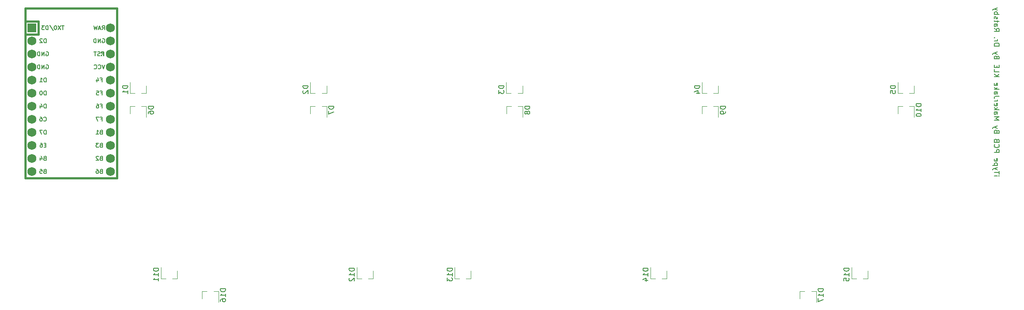
<source format=gbr>
%TF.GenerationSoftware,KiCad,Pcbnew,(6.0.0)*%
%TF.CreationDate,2022-01-08T09:02:27-05:00*%
%TF.ProjectId,iType,69547970-652e-46b6-9963-61645f706362,rev?*%
%TF.SameCoordinates,Original*%
%TF.FileFunction,Legend,Bot*%
%TF.FilePolarity,Positive*%
%FSLAX46Y46*%
G04 Gerber Fmt 4.6, Leading zero omitted, Abs format (unit mm)*
G04 Created by KiCad (PCBNEW (6.0.0)) date 2022-01-08 09:02:27*
%MOMM*%
%LPD*%
G01*
G04 APERTURE LIST*
%ADD10C,0.150000*%
%ADD11C,0.381000*%
%ADD12C,0.120000*%
%ADD13R,1.752600X1.752600*%
%ADD14C,1.752600*%
G04 APERTURE END LIST*
D10*
X206123619Y-40695714D02*
X206790285Y-40695714D01*
X207123619Y-40695714D02*
X207076000Y-40743333D01*
X207028380Y-40695714D01*
X207076000Y-40648095D01*
X207123619Y-40695714D01*
X207028380Y-40695714D01*
X207123619Y-40362380D02*
X207123619Y-39790952D01*
X206123619Y-40076666D02*
X207123619Y-40076666D01*
X206790285Y-39552857D02*
X206123619Y-39314761D01*
X206790285Y-39076666D02*
X206123619Y-39314761D01*
X205885523Y-39410000D01*
X205837904Y-39457619D01*
X205790285Y-39552857D01*
X206790285Y-38695714D02*
X205790285Y-38695714D01*
X206742666Y-38695714D02*
X206790285Y-38600476D01*
X206790285Y-38410000D01*
X206742666Y-38314761D01*
X206695047Y-38267142D01*
X206599809Y-38219523D01*
X206314095Y-38219523D01*
X206218857Y-38267142D01*
X206171238Y-38314761D01*
X206123619Y-38410000D01*
X206123619Y-38600476D01*
X206171238Y-38695714D01*
X206171238Y-37410000D02*
X206123619Y-37505238D01*
X206123619Y-37695714D01*
X206171238Y-37790952D01*
X206266476Y-37838571D01*
X206647428Y-37838571D01*
X206742666Y-37790952D01*
X206790285Y-37695714D01*
X206790285Y-37505238D01*
X206742666Y-37410000D01*
X206647428Y-37362380D01*
X206552190Y-37362380D01*
X206456952Y-37838571D01*
X206123619Y-36171904D02*
X207123619Y-36171904D01*
X207123619Y-35790952D01*
X207076000Y-35695714D01*
X207028380Y-35648095D01*
X206933142Y-35600476D01*
X206790285Y-35600476D01*
X206695047Y-35648095D01*
X206647428Y-35695714D01*
X206599809Y-35790952D01*
X206599809Y-36171904D01*
X206218857Y-34600476D02*
X206171238Y-34648095D01*
X206123619Y-34790952D01*
X206123619Y-34886190D01*
X206171238Y-35029047D01*
X206266476Y-35124285D01*
X206361714Y-35171904D01*
X206552190Y-35219523D01*
X206695047Y-35219523D01*
X206885523Y-35171904D01*
X206980761Y-35124285D01*
X207076000Y-35029047D01*
X207123619Y-34886190D01*
X207123619Y-34790952D01*
X207076000Y-34648095D01*
X207028380Y-34600476D01*
X206647428Y-33838571D02*
X206599809Y-33695714D01*
X206552190Y-33648095D01*
X206456952Y-33600476D01*
X206314095Y-33600476D01*
X206218857Y-33648095D01*
X206171238Y-33695714D01*
X206123619Y-33790952D01*
X206123619Y-34171904D01*
X207123619Y-34171904D01*
X207123619Y-33838571D01*
X207076000Y-33743333D01*
X207028380Y-33695714D01*
X206933142Y-33648095D01*
X206837904Y-33648095D01*
X206742666Y-33695714D01*
X206695047Y-33743333D01*
X206647428Y-33838571D01*
X206647428Y-34171904D01*
X206647428Y-32076666D02*
X206599809Y-31933809D01*
X206552190Y-31886190D01*
X206456952Y-31838571D01*
X206314095Y-31838571D01*
X206218857Y-31886190D01*
X206171238Y-31933809D01*
X206123619Y-32029047D01*
X206123619Y-32410000D01*
X207123619Y-32410000D01*
X207123619Y-32076666D01*
X207076000Y-31981428D01*
X207028380Y-31933809D01*
X206933142Y-31886190D01*
X206837904Y-31886190D01*
X206742666Y-31933809D01*
X206695047Y-31981428D01*
X206647428Y-32076666D01*
X206647428Y-32410000D01*
X206790285Y-31505238D02*
X206123619Y-31267142D01*
X206790285Y-31029047D02*
X206123619Y-31267142D01*
X205885523Y-31362380D01*
X205837904Y-31410000D01*
X205790285Y-31505238D01*
X206123619Y-29886190D02*
X207123619Y-29886190D01*
X206409333Y-29552857D01*
X207123619Y-29219523D01*
X206123619Y-29219523D01*
X206123619Y-28314761D02*
X206647428Y-28314761D01*
X206742666Y-28362380D01*
X206790285Y-28457619D01*
X206790285Y-28648095D01*
X206742666Y-28743333D01*
X206171238Y-28314761D02*
X206123619Y-28410000D01*
X206123619Y-28648095D01*
X206171238Y-28743333D01*
X206266476Y-28790952D01*
X206361714Y-28790952D01*
X206456952Y-28743333D01*
X206504571Y-28648095D01*
X206504571Y-28410000D01*
X206552190Y-28314761D01*
X206123619Y-27838571D02*
X207123619Y-27838571D01*
X206504571Y-27743333D02*
X206123619Y-27457619D01*
X206790285Y-27457619D02*
X206409333Y-27838571D01*
X206171238Y-26648095D02*
X206123619Y-26743333D01*
X206123619Y-26933809D01*
X206171238Y-27029047D01*
X206266476Y-27076666D01*
X206647428Y-27076666D01*
X206742666Y-27029047D01*
X206790285Y-26933809D01*
X206790285Y-26743333D01*
X206742666Y-26648095D01*
X206647428Y-26600476D01*
X206552190Y-26600476D01*
X206456952Y-27076666D01*
X206123619Y-26171904D02*
X206790285Y-26171904D01*
X206599809Y-26171904D02*
X206695047Y-26124285D01*
X206742666Y-26076666D01*
X206790285Y-25981428D01*
X206790285Y-25886190D01*
X207123619Y-25267142D02*
X206409333Y-25267142D01*
X206266476Y-25314761D01*
X206171238Y-25410000D01*
X206123619Y-25552857D01*
X206123619Y-25648095D01*
X206123619Y-24362380D02*
X206647428Y-24362380D01*
X206742666Y-24410000D01*
X206790285Y-24505238D01*
X206790285Y-24695714D01*
X206742666Y-24790952D01*
X206171238Y-24362380D02*
X206123619Y-24457619D01*
X206123619Y-24695714D01*
X206171238Y-24790952D01*
X206266476Y-24838571D01*
X206361714Y-24838571D01*
X206456952Y-24790952D01*
X206504571Y-24695714D01*
X206504571Y-24457619D01*
X206552190Y-24362380D01*
X206123619Y-23886190D02*
X207123619Y-23886190D01*
X206504571Y-23790952D02*
X206123619Y-23505238D01*
X206790285Y-23505238D02*
X206409333Y-23886190D01*
X206171238Y-22695714D02*
X206123619Y-22790952D01*
X206123619Y-22981428D01*
X206171238Y-23076666D01*
X206266476Y-23124285D01*
X206647428Y-23124285D01*
X206742666Y-23076666D01*
X206790285Y-22981428D01*
X206790285Y-22790952D01*
X206742666Y-22695714D01*
X206647428Y-22648095D01*
X206552190Y-22648095D01*
X206456952Y-23124285D01*
X206123619Y-21457619D02*
X207123619Y-21457619D01*
X206123619Y-20886190D02*
X206695047Y-21314761D01*
X207123619Y-20886190D02*
X206552190Y-21457619D01*
X206123619Y-19981428D02*
X206123619Y-20457619D01*
X207123619Y-20457619D01*
X206647428Y-19648095D02*
X206647428Y-19314761D01*
X206123619Y-19171904D02*
X206123619Y-19648095D01*
X207123619Y-19648095D01*
X207123619Y-19171904D01*
X206647428Y-17648095D02*
X206599809Y-17505238D01*
X206552190Y-17457619D01*
X206456952Y-17410000D01*
X206314095Y-17410000D01*
X206218857Y-17457619D01*
X206171238Y-17505238D01*
X206123619Y-17600476D01*
X206123619Y-17981428D01*
X207123619Y-17981428D01*
X207123619Y-17648095D01*
X207076000Y-17552857D01*
X207028380Y-17505238D01*
X206933142Y-17457619D01*
X206837904Y-17457619D01*
X206742666Y-17505238D01*
X206695047Y-17552857D01*
X206647428Y-17648095D01*
X206647428Y-17981428D01*
X206790285Y-17076666D02*
X206123619Y-16838571D01*
X206790285Y-16600476D02*
X206123619Y-16838571D01*
X205885523Y-16933809D01*
X205837904Y-16981428D01*
X205790285Y-17076666D01*
X206123619Y-15457619D02*
X207123619Y-15457619D01*
X207123619Y-15219523D01*
X207076000Y-15076666D01*
X206980761Y-14981428D01*
X206885523Y-14933809D01*
X206695047Y-14886190D01*
X206552190Y-14886190D01*
X206361714Y-14933809D01*
X206266476Y-14981428D01*
X206171238Y-15076666D01*
X206123619Y-15219523D01*
X206123619Y-15457619D01*
X206123619Y-14457619D02*
X206790285Y-14457619D01*
X206599809Y-14457619D02*
X206695047Y-14410000D01*
X206742666Y-14362380D01*
X206790285Y-14267142D01*
X206790285Y-14171904D01*
X206218857Y-13838571D02*
X206171238Y-13790952D01*
X206123619Y-13838571D01*
X206171238Y-13886190D01*
X206218857Y-13838571D01*
X206123619Y-13838571D01*
X206123619Y-12029047D02*
X206599809Y-12362380D01*
X206123619Y-12600476D02*
X207123619Y-12600476D01*
X207123619Y-12219523D01*
X207076000Y-12124285D01*
X207028380Y-12076666D01*
X206933142Y-12029047D01*
X206790285Y-12029047D01*
X206695047Y-12076666D01*
X206647428Y-12124285D01*
X206599809Y-12219523D01*
X206599809Y-12600476D01*
X206123619Y-11171904D02*
X206647428Y-11171904D01*
X206742666Y-11219523D01*
X206790285Y-11314761D01*
X206790285Y-11505238D01*
X206742666Y-11600476D01*
X206171238Y-11171904D02*
X206123619Y-11267142D01*
X206123619Y-11505238D01*
X206171238Y-11600476D01*
X206266476Y-11648095D01*
X206361714Y-11648095D01*
X206456952Y-11600476D01*
X206504571Y-11505238D01*
X206504571Y-11267142D01*
X206552190Y-11171904D01*
X206790285Y-10838571D02*
X206790285Y-10457619D01*
X207123619Y-10695714D02*
X206266476Y-10695714D01*
X206171238Y-10648095D01*
X206123619Y-10552857D01*
X206123619Y-10457619D01*
X206171238Y-10171904D02*
X206123619Y-10076666D01*
X206123619Y-9886190D01*
X206171238Y-9790952D01*
X206266476Y-9743333D01*
X206314095Y-9743333D01*
X206409333Y-9790952D01*
X206456952Y-9886190D01*
X206456952Y-10029047D01*
X206504571Y-10124285D01*
X206599809Y-10171904D01*
X206647428Y-10171904D01*
X206742666Y-10124285D01*
X206790285Y-10029047D01*
X206790285Y-9886190D01*
X206742666Y-9790952D01*
X206123619Y-9314761D02*
X207123619Y-9314761D01*
X206742666Y-9314761D02*
X206790285Y-9219523D01*
X206790285Y-9029047D01*
X206742666Y-8933809D01*
X206695047Y-8886190D01*
X206599809Y-8838571D01*
X206314095Y-8838571D01*
X206218857Y-8886190D01*
X206171238Y-8933809D01*
X206123619Y-9029047D01*
X206123619Y-9219523D01*
X206171238Y-9314761D01*
X206790285Y-8505238D02*
X206123619Y-8267142D01*
X206790285Y-8029047D02*
X206123619Y-8267142D01*
X205885523Y-8362380D01*
X205837904Y-8410000D01*
X205790285Y-8505238D01*
%TO.C,U1*%
X32743666Y-24577857D02*
X33010333Y-24577857D01*
X33010333Y-24996904D02*
X33010333Y-24196904D01*
X32629380Y-24196904D01*
X31943666Y-24196904D02*
X32324619Y-24196904D01*
X32362714Y-24577857D01*
X32324619Y-24539761D01*
X32248428Y-24501666D01*
X32057952Y-24501666D01*
X31981761Y-24539761D01*
X31943666Y-24577857D01*
X31905571Y-24654047D01*
X31905571Y-24844523D01*
X31943666Y-24920714D01*
X31981761Y-24958809D01*
X32057952Y-24996904D01*
X32248428Y-24996904D01*
X32324619Y-24958809D01*
X32362714Y-24920714D01*
X32743666Y-27117857D02*
X33010333Y-27117857D01*
X33010333Y-27536904D02*
X33010333Y-26736904D01*
X32629380Y-26736904D01*
X31981761Y-26736904D02*
X32134142Y-26736904D01*
X32210333Y-26775000D01*
X32248428Y-26813095D01*
X32324619Y-26927380D01*
X32362714Y-27079761D01*
X32362714Y-27384523D01*
X32324619Y-27460714D01*
X32286523Y-27498809D01*
X32210333Y-27536904D01*
X32057952Y-27536904D01*
X31981761Y-27498809D01*
X31943666Y-27460714D01*
X31905571Y-27384523D01*
X31905571Y-27194047D01*
X31943666Y-27117857D01*
X31981761Y-27079761D01*
X32057952Y-27041666D01*
X32210333Y-27041666D01*
X32286523Y-27079761D01*
X32324619Y-27117857D01*
X32362714Y-27194047D01*
X22107380Y-34737857D02*
X21840714Y-34737857D01*
X21726428Y-35156904D02*
X22107380Y-35156904D01*
X22107380Y-34356904D01*
X21726428Y-34356904D01*
X21040714Y-34356904D02*
X21193095Y-34356904D01*
X21269285Y-34395000D01*
X21307380Y-34433095D01*
X21383571Y-34547380D01*
X21421666Y-34699761D01*
X21421666Y-35004523D01*
X21383571Y-35080714D01*
X21345476Y-35118809D01*
X21269285Y-35156904D01*
X21116904Y-35156904D01*
X21040714Y-35118809D01*
X21002619Y-35080714D01*
X20964523Y-35004523D01*
X20964523Y-34814047D01*
X21002619Y-34737857D01*
X21040714Y-34699761D01*
X21116904Y-34661666D01*
X21269285Y-34661666D01*
X21345476Y-34699761D01*
X21383571Y-34737857D01*
X21421666Y-34814047D01*
X32589333Y-17318809D02*
X32475047Y-17356904D01*
X32284571Y-17356904D01*
X32208380Y-17318809D01*
X32170285Y-17280714D01*
X32132190Y-17204523D01*
X32132190Y-17128333D01*
X32170285Y-17052142D01*
X32208380Y-17014047D01*
X32284571Y-16975952D01*
X32436952Y-16937857D01*
X32513142Y-16899761D01*
X32551238Y-16861666D01*
X32589333Y-16785476D01*
X32589333Y-16709285D01*
X32551238Y-16633095D01*
X32513142Y-16595000D01*
X32436952Y-16556904D01*
X32246476Y-16556904D01*
X32132190Y-16595000D01*
X31903619Y-16556904D02*
X31446476Y-16556904D01*
X31675047Y-17356904D02*
X31675047Y-16556904D01*
X32800809Y-34737857D02*
X32686523Y-34775952D01*
X32648428Y-34814047D01*
X32610333Y-34890238D01*
X32610333Y-35004523D01*
X32648428Y-35080714D01*
X32686523Y-35118809D01*
X32762714Y-35156904D01*
X33067476Y-35156904D01*
X33067476Y-34356904D01*
X32800809Y-34356904D01*
X32724619Y-34395000D01*
X32686523Y-34433095D01*
X32648428Y-34509285D01*
X32648428Y-34585476D01*
X32686523Y-34661666D01*
X32724619Y-34699761D01*
X32800809Y-34737857D01*
X33067476Y-34737857D01*
X32343666Y-34356904D02*
X31848428Y-34356904D01*
X32115095Y-34661666D01*
X32000809Y-34661666D01*
X31924619Y-34699761D01*
X31886523Y-34737857D01*
X31848428Y-34814047D01*
X31848428Y-35004523D01*
X31886523Y-35080714D01*
X31924619Y-35118809D01*
X32000809Y-35156904D01*
X32229380Y-35156904D01*
X32305571Y-35118809D01*
X32343666Y-35080714D01*
X22145476Y-27536904D02*
X22145476Y-26736904D01*
X21955000Y-26736904D01*
X21840714Y-26775000D01*
X21764523Y-26851190D01*
X21726428Y-26927380D01*
X21688333Y-27079761D01*
X21688333Y-27194047D01*
X21726428Y-27346428D01*
X21764523Y-27422619D01*
X21840714Y-27498809D01*
X21955000Y-27536904D01*
X22145476Y-27536904D01*
X21002619Y-27003571D02*
X21002619Y-27536904D01*
X21193095Y-26698809D02*
X21383571Y-27270238D01*
X20888333Y-27270238D01*
X32743666Y-29657857D02*
X33010333Y-29657857D01*
X33010333Y-30076904D02*
X33010333Y-29276904D01*
X32629380Y-29276904D01*
X32400809Y-29276904D02*
X31867476Y-29276904D01*
X32210333Y-30076904D01*
X32743666Y-22037857D02*
X33010333Y-22037857D01*
X33010333Y-22456904D02*
X33010333Y-21656904D01*
X32629380Y-21656904D01*
X31981761Y-21923571D02*
X31981761Y-22456904D01*
X32172238Y-21618809D02*
X32362714Y-22190238D01*
X31867476Y-22190238D01*
X22164523Y-16615000D02*
X22240714Y-16576904D01*
X22355000Y-16576904D01*
X22469285Y-16615000D01*
X22545476Y-16691190D01*
X22583571Y-16767380D01*
X22621666Y-16919761D01*
X22621666Y-17034047D01*
X22583571Y-17186428D01*
X22545476Y-17262619D01*
X22469285Y-17338809D01*
X22355000Y-17376904D01*
X22278809Y-17376904D01*
X22164523Y-17338809D01*
X22126428Y-17300714D01*
X22126428Y-17034047D01*
X22278809Y-17034047D01*
X21783571Y-17376904D02*
X21783571Y-16576904D01*
X21326428Y-17376904D01*
X21326428Y-16576904D01*
X20945476Y-17376904D02*
X20945476Y-16576904D01*
X20755000Y-16576904D01*
X20640714Y-16615000D01*
X20564523Y-16691190D01*
X20526428Y-16767380D01*
X20488333Y-16919761D01*
X20488333Y-17034047D01*
X20526428Y-17186428D01*
X20564523Y-17262619D01*
X20640714Y-17338809D01*
X20755000Y-17376904D01*
X20945476Y-17376904D01*
X22164523Y-19155000D02*
X22240714Y-19116904D01*
X22355000Y-19116904D01*
X22469285Y-19155000D01*
X22545476Y-19231190D01*
X22583571Y-19307380D01*
X22621666Y-19459761D01*
X22621666Y-19574047D01*
X22583571Y-19726428D01*
X22545476Y-19802619D01*
X22469285Y-19878809D01*
X22355000Y-19916904D01*
X22278809Y-19916904D01*
X22164523Y-19878809D01*
X22126428Y-19840714D01*
X22126428Y-19574047D01*
X22278809Y-19574047D01*
X21783571Y-19916904D02*
X21783571Y-19116904D01*
X21326428Y-19916904D01*
X21326428Y-19116904D01*
X20945476Y-19916904D02*
X20945476Y-19116904D01*
X20755000Y-19116904D01*
X20640714Y-19155000D01*
X20564523Y-19231190D01*
X20526428Y-19307380D01*
X20488333Y-19459761D01*
X20488333Y-19574047D01*
X20526428Y-19726428D01*
X20564523Y-19802619D01*
X20640714Y-19878809D01*
X20755000Y-19916904D01*
X20945476Y-19916904D01*
X21688333Y-30000714D02*
X21726428Y-30038809D01*
X21840714Y-30076904D01*
X21916904Y-30076904D01*
X22031190Y-30038809D01*
X22107380Y-29962619D01*
X22145476Y-29886428D01*
X22183571Y-29734047D01*
X22183571Y-29619761D01*
X22145476Y-29467380D01*
X22107380Y-29391190D01*
X22031190Y-29315000D01*
X21916904Y-29276904D01*
X21840714Y-29276904D01*
X21726428Y-29315000D01*
X21688333Y-29353095D01*
X21002619Y-29276904D02*
X21155000Y-29276904D01*
X21231190Y-29315000D01*
X21269285Y-29353095D01*
X21345476Y-29467380D01*
X21383571Y-29619761D01*
X21383571Y-29924523D01*
X21345476Y-30000714D01*
X21307380Y-30038809D01*
X21231190Y-30076904D01*
X21078809Y-30076904D01*
X21002619Y-30038809D01*
X20964523Y-30000714D01*
X20926428Y-29924523D01*
X20926428Y-29734047D01*
X20964523Y-29657857D01*
X21002619Y-29619761D01*
X21078809Y-29581666D01*
X21231190Y-29581666D01*
X21307380Y-29619761D01*
X21345476Y-29657857D01*
X21383571Y-29734047D01*
X21878809Y-39817857D02*
X21764523Y-39855952D01*
X21726428Y-39894047D01*
X21688333Y-39970238D01*
X21688333Y-40084523D01*
X21726428Y-40160714D01*
X21764523Y-40198809D01*
X21840714Y-40236904D01*
X22145476Y-40236904D01*
X22145476Y-39436904D01*
X21878809Y-39436904D01*
X21802619Y-39475000D01*
X21764523Y-39513095D01*
X21726428Y-39589285D01*
X21726428Y-39665476D01*
X21764523Y-39741666D01*
X21802619Y-39779761D01*
X21878809Y-39817857D01*
X22145476Y-39817857D01*
X20964523Y-39436904D02*
X21345476Y-39436904D01*
X21383571Y-39817857D01*
X21345476Y-39779761D01*
X21269285Y-39741666D01*
X21078809Y-39741666D01*
X21002619Y-39779761D01*
X20964523Y-39817857D01*
X20926428Y-39894047D01*
X20926428Y-40084523D01*
X20964523Y-40160714D01*
X21002619Y-40198809D01*
X21078809Y-40236904D01*
X21269285Y-40236904D01*
X21345476Y-40198809D01*
X21383571Y-40160714D01*
X32800809Y-39817857D02*
X32686523Y-39855952D01*
X32648428Y-39894047D01*
X32610333Y-39970238D01*
X32610333Y-40084523D01*
X32648428Y-40160714D01*
X32686523Y-40198809D01*
X32762714Y-40236904D01*
X33067476Y-40236904D01*
X33067476Y-39436904D01*
X32800809Y-39436904D01*
X32724619Y-39475000D01*
X32686523Y-39513095D01*
X32648428Y-39589285D01*
X32648428Y-39665476D01*
X32686523Y-39741666D01*
X32724619Y-39779761D01*
X32800809Y-39817857D01*
X33067476Y-39817857D01*
X31924619Y-39436904D02*
X32077000Y-39436904D01*
X32153190Y-39475000D01*
X32191285Y-39513095D01*
X32267476Y-39627380D01*
X32305571Y-39779761D01*
X32305571Y-40084523D01*
X32267476Y-40160714D01*
X32229380Y-40198809D01*
X32153190Y-40236904D01*
X32000809Y-40236904D01*
X31924619Y-40198809D01*
X31886523Y-40160714D01*
X31848428Y-40084523D01*
X31848428Y-39894047D01*
X31886523Y-39817857D01*
X31924619Y-39779761D01*
X32000809Y-39741666D01*
X32153190Y-39741666D01*
X32229380Y-39779761D01*
X32267476Y-39817857D01*
X32305571Y-39894047D01*
X32800809Y-37277857D02*
X32686523Y-37315952D01*
X32648428Y-37354047D01*
X32610333Y-37430238D01*
X32610333Y-37544523D01*
X32648428Y-37620714D01*
X32686523Y-37658809D01*
X32762714Y-37696904D01*
X33067476Y-37696904D01*
X33067476Y-36896904D01*
X32800809Y-36896904D01*
X32724619Y-36935000D01*
X32686523Y-36973095D01*
X32648428Y-37049285D01*
X32648428Y-37125476D01*
X32686523Y-37201666D01*
X32724619Y-37239761D01*
X32800809Y-37277857D01*
X33067476Y-37277857D01*
X32305571Y-36973095D02*
X32267476Y-36935000D01*
X32191285Y-36896904D01*
X32000809Y-36896904D01*
X31924619Y-36935000D01*
X31886523Y-36973095D01*
X31848428Y-37049285D01*
X31848428Y-37125476D01*
X31886523Y-37239761D01*
X32343666Y-37696904D01*
X31848428Y-37696904D01*
X22145476Y-24996904D02*
X22145476Y-24196904D01*
X21955000Y-24196904D01*
X21840714Y-24235000D01*
X21764523Y-24311190D01*
X21726428Y-24387380D01*
X21688333Y-24539761D01*
X21688333Y-24654047D01*
X21726428Y-24806428D01*
X21764523Y-24882619D01*
X21840714Y-24958809D01*
X21955000Y-24996904D01*
X22145476Y-24996904D01*
X21193095Y-24196904D02*
X21116904Y-24196904D01*
X21040714Y-24235000D01*
X21002619Y-24273095D01*
X20964523Y-24349285D01*
X20926428Y-24501666D01*
X20926428Y-24692142D01*
X20964523Y-24844523D01*
X21002619Y-24920714D01*
X21040714Y-24958809D01*
X21116904Y-24996904D01*
X21193095Y-24996904D01*
X21269285Y-24958809D01*
X21307380Y-24920714D01*
X21345476Y-24844523D01*
X21383571Y-24692142D01*
X21383571Y-24501666D01*
X21345476Y-24349285D01*
X21307380Y-24273095D01*
X21269285Y-24235000D01*
X21193095Y-24196904D01*
X33029380Y-12296904D02*
X33296047Y-11915952D01*
X33486523Y-12296904D02*
X33486523Y-11496904D01*
X33181761Y-11496904D01*
X33105571Y-11535000D01*
X33067476Y-11573095D01*
X33029380Y-11649285D01*
X33029380Y-11763571D01*
X33067476Y-11839761D01*
X33105571Y-11877857D01*
X33181761Y-11915952D01*
X33486523Y-11915952D01*
X32724619Y-12068333D02*
X32343666Y-12068333D01*
X32800809Y-12296904D02*
X32534142Y-11496904D01*
X32267476Y-12296904D01*
X32077000Y-11496904D02*
X31886523Y-12296904D01*
X31734142Y-11725476D01*
X31581761Y-12296904D01*
X31391285Y-11496904D01*
X21878809Y-37277857D02*
X21764523Y-37315952D01*
X21726428Y-37354047D01*
X21688333Y-37430238D01*
X21688333Y-37544523D01*
X21726428Y-37620714D01*
X21764523Y-37658809D01*
X21840714Y-37696904D01*
X22145476Y-37696904D01*
X22145476Y-36896904D01*
X21878809Y-36896904D01*
X21802619Y-36935000D01*
X21764523Y-36973095D01*
X21726428Y-37049285D01*
X21726428Y-37125476D01*
X21764523Y-37201666D01*
X21802619Y-37239761D01*
X21878809Y-37277857D01*
X22145476Y-37277857D01*
X21002619Y-37163571D02*
X21002619Y-37696904D01*
X21193095Y-36858809D02*
X21383571Y-37430238D01*
X20888333Y-37430238D01*
X33086523Y-14075000D02*
X33162714Y-14036904D01*
X33277000Y-14036904D01*
X33391285Y-14075000D01*
X33467476Y-14151190D01*
X33505571Y-14227380D01*
X33543666Y-14379761D01*
X33543666Y-14494047D01*
X33505571Y-14646428D01*
X33467476Y-14722619D01*
X33391285Y-14798809D01*
X33277000Y-14836904D01*
X33200809Y-14836904D01*
X33086523Y-14798809D01*
X33048428Y-14760714D01*
X33048428Y-14494047D01*
X33200809Y-14494047D01*
X32705571Y-14836904D02*
X32705571Y-14036904D01*
X32248428Y-14836904D01*
X32248428Y-14036904D01*
X31867476Y-14836904D02*
X31867476Y-14036904D01*
X31677000Y-14036904D01*
X31562714Y-14075000D01*
X31486523Y-14151190D01*
X31448428Y-14227380D01*
X31410333Y-14379761D01*
X31410333Y-14494047D01*
X31448428Y-14646428D01*
X31486523Y-14722619D01*
X31562714Y-14798809D01*
X31677000Y-14836904D01*
X31867476Y-14836904D01*
X22145476Y-32616904D02*
X22145476Y-31816904D01*
X21955000Y-31816904D01*
X21840714Y-31855000D01*
X21764523Y-31931190D01*
X21726428Y-32007380D01*
X21688333Y-32159761D01*
X21688333Y-32274047D01*
X21726428Y-32426428D01*
X21764523Y-32502619D01*
X21840714Y-32578809D01*
X21955000Y-32616904D01*
X22145476Y-32616904D01*
X21421666Y-31816904D02*
X20888333Y-31816904D01*
X21231190Y-32616904D01*
X22145476Y-14836904D02*
X22145476Y-14036904D01*
X21955000Y-14036904D01*
X21840714Y-14075000D01*
X21764523Y-14151190D01*
X21726428Y-14227380D01*
X21688333Y-14379761D01*
X21688333Y-14494047D01*
X21726428Y-14646428D01*
X21764523Y-14722619D01*
X21840714Y-14798809D01*
X21955000Y-14836904D01*
X22145476Y-14836904D01*
X21383571Y-14113095D02*
X21345476Y-14075000D01*
X21269285Y-14036904D01*
X21078809Y-14036904D01*
X21002619Y-14075000D01*
X20964523Y-14113095D01*
X20926428Y-14189285D01*
X20926428Y-14265476D01*
X20964523Y-14379761D01*
X21421666Y-14836904D01*
X20926428Y-14836904D01*
X33543666Y-19116904D02*
X33277000Y-19916904D01*
X33010333Y-19116904D01*
X32286523Y-19840714D02*
X32324619Y-19878809D01*
X32438904Y-19916904D01*
X32515095Y-19916904D01*
X32629380Y-19878809D01*
X32705571Y-19802619D01*
X32743666Y-19726428D01*
X32781761Y-19574047D01*
X32781761Y-19459761D01*
X32743666Y-19307380D01*
X32705571Y-19231190D01*
X32629380Y-19155000D01*
X32515095Y-19116904D01*
X32438904Y-19116904D01*
X32324619Y-19155000D01*
X32286523Y-19193095D01*
X31486523Y-19840714D02*
X31524619Y-19878809D01*
X31638904Y-19916904D01*
X31715095Y-19916904D01*
X31829380Y-19878809D01*
X31905571Y-19802619D01*
X31943666Y-19726428D01*
X31981761Y-19574047D01*
X31981761Y-19459761D01*
X31943666Y-19307380D01*
X31905571Y-19231190D01*
X31829380Y-19155000D01*
X31715095Y-19116904D01*
X31638904Y-19116904D01*
X31524619Y-19155000D01*
X31486523Y-19193095D01*
X32800809Y-32197857D02*
X32686523Y-32235952D01*
X32648428Y-32274047D01*
X32610333Y-32350238D01*
X32610333Y-32464523D01*
X32648428Y-32540714D01*
X32686523Y-32578809D01*
X32762714Y-32616904D01*
X33067476Y-32616904D01*
X33067476Y-31816904D01*
X32800809Y-31816904D01*
X32724619Y-31855000D01*
X32686523Y-31893095D01*
X32648428Y-31969285D01*
X32648428Y-32045476D01*
X32686523Y-32121666D01*
X32724619Y-32159761D01*
X32800809Y-32197857D01*
X33067476Y-32197857D01*
X31848428Y-32616904D02*
X32305571Y-32616904D01*
X32077000Y-32616904D02*
X32077000Y-31816904D01*
X32153190Y-31931190D01*
X32229380Y-32007380D01*
X32305571Y-32045476D01*
X25634604Y-11496904D02*
X25177461Y-11496904D01*
X25406032Y-12296904D02*
X25406032Y-11496904D01*
X24986985Y-11496904D02*
X24453651Y-12296904D01*
X24453651Y-11496904D02*
X24986985Y-12296904D01*
X23996508Y-11496904D02*
X23920318Y-11496904D01*
X23844128Y-11535000D01*
X23806032Y-11573095D01*
X23767937Y-11649285D01*
X23729842Y-11801666D01*
X23729842Y-11992142D01*
X23767937Y-12144523D01*
X23806032Y-12220714D01*
X23844128Y-12258809D01*
X23920318Y-12296904D01*
X23996508Y-12296904D01*
X24072699Y-12258809D01*
X24110794Y-12220714D01*
X24148889Y-12144523D01*
X24186985Y-11992142D01*
X24186985Y-11801666D01*
X24148889Y-11649285D01*
X24110794Y-11573095D01*
X24072699Y-11535000D01*
X23996508Y-11496904D01*
X22815556Y-11458809D02*
X23501270Y-12487380D01*
X22548889Y-12296904D02*
X22548889Y-11496904D01*
X22358413Y-11496904D01*
X22244128Y-11535000D01*
X22167937Y-11611190D01*
X22129842Y-11687380D01*
X22091747Y-11839761D01*
X22091747Y-11954047D01*
X22129842Y-12106428D01*
X22167937Y-12182619D01*
X22244128Y-12258809D01*
X22358413Y-12296904D01*
X22548889Y-12296904D01*
X21825080Y-11496904D02*
X21329842Y-11496904D01*
X21596508Y-11801666D01*
X21482223Y-11801666D01*
X21406032Y-11839761D01*
X21367937Y-11877857D01*
X21329842Y-11954047D01*
X21329842Y-12144523D01*
X21367937Y-12220714D01*
X21406032Y-12258809D01*
X21482223Y-12296904D01*
X21710794Y-12296904D01*
X21786985Y-12258809D01*
X21825080Y-12220714D01*
X22145476Y-22456904D02*
X22145476Y-21656904D01*
X21955000Y-21656904D01*
X21840714Y-21695000D01*
X21764523Y-21771190D01*
X21726428Y-21847380D01*
X21688333Y-21999761D01*
X21688333Y-22114047D01*
X21726428Y-22266428D01*
X21764523Y-22342619D01*
X21840714Y-22418809D01*
X21955000Y-22456904D01*
X22145476Y-22456904D01*
X20926428Y-22456904D02*
X21383571Y-22456904D01*
X21155000Y-22456904D02*
X21155000Y-21656904D01*
X21231190Y-21771190D01*
X21307380Y-21847380D01*
X21383571Y-21885476D01*
%TO.C,D10*%
X191968380Y-26690714D02*
X190968380Y-26690714D01*
X190968380Y-26928809D01*
X191016000Y-27071666D01*
X191111238Y-27166904D01*
X191206476Y-27214523D01*
X191396952Y-27262142D01*
X191539809Y-27262142D01*
X191730285Y-27214523D01*
X191825523Y-27166904D01*
X191920761Y-27071666D01*
X191968380Y-26928809D01*
X191968380Y-26690714D01*
X191968380Y-28214523D02*
X191968380Y-27643095D01*
X191968380Y-27928809D02*
X190968380Y-27928809D01*
X191111238Y-27833571D01*
X191206476Y-27738333D01*
X191254095Y-27643095D01*
X190968380Y-28833571D02*
X190968380Y-28928809D01*
X191016000Y-29024047D01*
X191063619Y-29071666D01*
X191158857Y-29119285D01*
X191349333Y-29166904D01*
X191587428Y-29166904D01*
X191777904Y-29119285D01*
X191873142Y-29071666D01*
X191920761Y-29024047D01*
X191968380Y-28928809D01*
X191968380Y-28833571D01*
X191920761Y-28738333D01*
X191873142Y-28690714D01*
X191777904Y-28643095D01*
X191587428Y-28595476D01*
X191349333Y-28595476D01*
X191158857Y-28643095D01*
X191063619Y-28690714D01*
X191016000Y-28738333D01*
X190968380Y-28833571D01*
%TO.C,D7*%
X77968380Y-27166904D02*
X76968380Y-27166904D01*
X76968380Y-27405000D01*
X77016000Y-27547857D01*
X77111238Y-27643095D01*
X77206476Y-27690714D01*
X77396952Y-27738333D01*
X77539809Y-27738333D01*
X77730285Y-27690714D01*
X77825523Y-27643095D01*
X77920761Y-27547857D01*
X77968380Y-27405000D01*
X77968380Y-27166904D01*
X76968380Y-28071666D02*
X76968380Y-28738333D01*
X77968380Y-28309761D01*
%TO.C,D1*%
X37968380Y-23166904D02*
X36968380Y-23166904D01*
X36968380Y-23405000D01*
X37016000Y-23547857D01*
X37111238Y-23643095D01*
X37206476Y-23690714D01*
X37396952Y-23738333D01*
X37539809Y-23738333D01*
X37730285Y-23690714D01*
X37825523Y-23643095D01*
X37920761Y-23547857D01*
X37968380Y-23405000D01*
X37968380Y-23166904D01*
X37968380Y-24690714D02*
X37968380Y-24119285D01*
X37968380Y-24405000D02*
X36968380Y-24405000D01*
X37111238Y-24309761D01*
X37206476Y-24214523D01*
X37254095Y-24119285D01*
%TO.C,D4*%
X148968380Y-23166904D02*
X147968380Y-23166904D01*
X147968380Y-23405000D01*
X148016000Y-23547857D01*
X148111238Y-23643095D01*
X148206476Y-23690714D01*
X148396952Y-23738333D01*
X148539809Y-23738333D01*
X148730285Y-23690714D01*
X148825523Y-23643095D01*
X148920761Y-23547857D01*
X148968380Y-23405000D01*
X148968380Y-23166904D01*
X148301714Y-24595476D02*
X148968380Y-24595476D01*
X147920761Y-24357380D02*
X148635047Y-24119285D01*
X148635047Y-24738333D01*
%TO.C,D11*%
X43968380Y-58690714D02*
X42968380Y-58690714D01*
X42968380Y-58928809D01*
X43016000Y-59071666D01*
X43111238Y-59166904D01*
X43206476Y-59214523D01*
X43396952Y-59262142D01*
X43539809Y-59262142D01*
X43730285Y-59214523D01*
X43825523Y-59166904D01*
X43920761Y-59071666D01*
X43968380Y-58928809D01*
X43968380Y-58690714D01*
X43968380Y-60214523D02*
X43968380Y-59643095D01*
X43968380Y-59928809D02*
X42968380Y-59928809D01*
X43111238Y-59833571D01*
X43206476Y-59738333D01*
X43254095Y-59643095D01*
X43968380Y-61166904D02*
X43968380Y-60595476D01*
X43968380Y-60881190D02*
X42968380Y-60881190D01*
X43111238Y-60785952D01*
X43206476Y-60690714D01*
X43254095Y-60595476D01*
%TO.C,D5*%
X186968380Y-23166904D02*
X185968380Y-23166904D01*
X185968380Y-23405000D01*
X186016000Y-23547857D01*
X186111238Y-23643095D01*
X186206476Y-23690714D01*
X186396952Y-23738333D01*
X186539809Y-23738333D01*
X186730285Y-23690714D01*
X186825523Y-23643095D01*
X186920761Y-23547857D01*
X186968380Y-23405000D01*
X186968380Y-23166904D01*
X185968380Y-24643095D02*
X185968380Y-24166904D01*
X186444571Y-24119285D01*
X186396952Y-24166904D01*
X186349333Y-24262142D01*
X186349333Y-24500238D01*
X186396952Y-24595476D01*
X186444571Y-24643095D01*
X186539809Y-24690714D01*
X186777904Y-24690714D01*
X186873142Y-24643095D01*
X186920761Y-24595476D01*
X186968380Y-24500238D01*
X186968380Y-24262142D01*
X186920761Y-24166904D01*
X186873142Y-24119285D01*
%TO.C,D2*%
X72968380Y-23166904D02*
X71968380Y-23166904D01*
X71968380Y-23405000D01*
X72016000Y-23547857D01*
X72111238Y-23643095D01*
X72206476Y-23690714D01*
X72396952Y-23738333D01*
X72539809Y-23738333D01*
X72730285Y-23690714D01*
X72825523Y-23643095D01*
X72920761Y-23547857D01*
X72968380Y-23405000D01*
X72968380Y-23166904D01*
X72063619Y-24119285D02*
X72016000Y-24166904D01*
X71968380Y-24262142D01*
X71968380Y-24500238D01*
X72016000Y-24595476D01*
X72063619Y-24643095D01*
X72158857Y-24690714D01*
X72254095Y-24690714D01*
X72396952Y-24643095D01*
X72968380Y-24071666D01*
X72968380Y-24690714D01*
%TO.C,D6*%
X42968380Y-27166904D02*
X41968380Y-27166904D01*
X41968380Y-27405000D01*
X42016000Y-27547857D01*
X42111238Y-27643095D01*
X42206476Y-27690714D01*
X42396952Y-27738333D01*
X42539809Y-27738333D01*
X42730285Y-27690714D01*
X42825523Y-27643095D01*
X42920761Y-27547857D01*
X42968380Y-27405000D01*
X42968380Y-27166904D01*
X41968380Y-28595476D02*
X41968380Y-28405000D01*
X42016000Y-28309761D01*
X42063619Y-28262142D01*
X42206476Y-28166904D01*
X42396952Y-28119285D01*
X42777904Y-28119285D01*
X42873142Y-28166904D01*
X42920761Y-28214523D01*
X42968380Y-28309761D01*
X42968380Y-28500238D01*
X42920761Y-28595476D01*
X42873142Y-28643095D01*
X42777904Y-28690714D01*
X42539809Y-28690714D01*
X42444571Y-28643095D01*
X42396952Y-28595476D01*
X42349333Y-28500238D01*
X42349333Y-28309761D01*
X42396952Y-28214523D01*
X42444571Y-28166904D01*
X42539809Y-28119285D01*
%TO.C,D17*%
X172968380Y-62690714D02*
X171968380Y-62690714D01*
X171968380Y-62928809D01*
X172016000Y-63071666D01*
X172111238Y-63166904D01*
X172206476Y-63214523D01*
X172396952Y-63262142D01*
X172539809Y-63262142D01*
X172730285Y-63214523D01*
X172825523Y-63166904D01*
X172920761Y-63071666D01*
X172968380Y-62928809D01*
X172968380Y-62690714D01*
X172968380Y-64214523D02*
X172968380Y-63643095D01*
X172968380Y-63928809D02*
X171968380Y-63928809D01*
X172111238Y-63833571D01*
X172206476Y-63738333D01*
X172254095Y-63643095D01*
X171968380Y-64547857D02*
X171968380Y-65214523D01*
X172968380Y-64785952D01*
%TO.C,D14*%
X138968380Y-58690714D02*
X137968380Y-58690714D01*
X137968380Y-58928809D01*
X138016000Y-59071666D01*
X138111238Y-59166904D01*
X138206476Y-59214523D01*
X138396952Y-59262142D01*
X138539809Y-59262142D01*
X138730285Y-59214523D01*
X138825523Y-59166904D01*
X138920761Y-59071666D01*
X138968380Y-58928809D01*
X138968380Y-58690714D01*
X138968380Y-60214523D02*
X138968380Y-59643095D01*
X138968380Y-59928809D02*
X137968380Y-59928809D01*
X138111238Y-59833571D01*
X138206476Y-59738333D01*
X138254095Y-59643095D01*
X138301714Y-61071666D02*
X138968380Y-61071666D01*
X137920761Y-60833571D02*
X138635047Y-60595476D01*
X138635047Y-61214523D01*
%TO.C,D8*%
X116018380Y-27166904D02*
X115018380Y-27166904D01*
X115018380Y-27405000D01*
X115066000Y-27547857D01*
X115161238Y-27643095D01*
X115256476Y-27690714D01*
X115446952Y-27738333D01*
X115589809Y-27738333D01*
X115780285Y-27690714D01*
X115875523Y-27643095D01*
X115970761Y-27547857D01*
X116018380Y-27405000D01*
X116018380Y-27166904D01*
X115446952Y-28309761D02*
X115399333Y-28214523D01*
X115351714Y-28166904D01*
X115256476Y-28119285D01*
X115208857Y-28119285D01*
X115113619Y-28166904D01*
X115066000Y-28214523D01*
X115018380Y-28309761D01*
X115018380Y-28500238D01*
X115066000Y-28595476D01*
X115113619Y-28643095D01*
X115208857Y-28690714D01*
X115256476Y-28690714D01*
X115351714Y-28643095D01*
X115399333Y-28595476D01*
X115446952Y-28500238D01*
X115446952Y-28309761D01*
X115494571Y-28214523D01*
X115542190Y-28166904D01*
X115637428Y-28119285D01*
X115827904Y-28119285D01*
X115923142Y-28166904D01*
X115970761Y-28214523D01*
X116018380Y-28309761D01*
X116018380Y-28500238D01*
X115970761Y-28595476D01*
X115923142Y-28643095D01*
X115827904Y-28690714D01*
X115637428Y-28690714D01*
X115542190Y-28643095D01*
X115494571Y-28595476D01*
X115446952Y-28500238D01*
%TO.C,D9*%
X153968380Y-27166904D02*
X152968380Y-27166904D01*
X152968380Y-27405000D01*
X153016000Y-27547857D01*
X153111238Y-27643095D01*
X153206476Y-27690714D01*
X153396952Y-27738333D01*
X153539809Y-27738333D01*
X153730285Y-27690714D01*
X153825523Y-27643095D01*
X153920761Y-27547857D01*
X153968380Y-27405000D01*
X153968380Y-27166904D01*
X153968380Y-28214523D02*
X153968380Y-28405000D01*
X153920761Y-28500238D01*
X153873142Y-28547857D01*
X153730285Y-28643095D01*
X153539809Y-28690714D01*
X153158857Y-28690714D01*
X153063619Y-28643095D01*
X153016000Y-28595476D01*
X152968380Y-28500238D01*
X152968380Y-28309761D01*
X153016000Y-28214523D01*
X153063619Y-28166904D01*
X153158857Y-28119285D01*
X153396952Y-28119285D01*
X153492190Y-28166904D01*
X153539809Y-28214523D01*
X153587428Y-28309761D01*
X153587428Y-28500238D01*
X153539809Y-28595476D01*
X153492190Y-28643095D01*
X153396952Y-28690714D01*
%TO.C,D15*%
X177968380Y-58690714D02*
X176968380Y-58690714D01*
X176968380Y-58928809D01*
X177016000Y-59071666D01*
X177111238Y-59166904D01*
X177206476Y-59214523D01*
X177396952Y-59262142D01*
X177539809Y-59262142D01*
X177730285Y-59214523D01*
X177825523Y-59166904D01*
X177920761Y-59071666D01*
X177968380Y-58928809D01*
X177968380Y-58690714D01*
X177968380Y-60214523D02*
X177968380Y-59643095D01*
X177968380Y-59928809D02*
X176968380Y-59928809D01*
X177111238Y-59833571D01*
X177206476Y-59738333D01*
X177254095Y-59643095D01*
X176968380Y-61119285D02*
X176968380Y-60643095D01*
X177444571Y-60595476D01*
X177396952Y-60643095D01*
X177349333Y-60738333D01*
X177349333Y-60976428D01*
X177396952Y-61071666D01*
X177444571Y-61119285D01*
X177539809Y-61166904D01*
X177777904Y-61166904D01*
X177873142Y-61119285D01*
X177920761Y-61071666D01*
X177968380Y-60976428D01*
X177968380Y-60738333D01*
X177920761Y-60643095D01*
X177873142Y-60595476D01*
%TO.C,D12*%
X81968380Y-58690714D02*
X80968380Y-58690714D01*
X80968380Y-58928809D01*
X81016000Y-59071666D01*
X81111238Y-59166904D01*
X81206476Y-59214523D01*
X81396952Y-59262142D01*
X81539809Y-59262142D01*
X81730285Y-59214523D01*
X81825523Y-59166904D01*
X81920761Y-59071666D01*
X81968380Y-58928809D01*
X81968380Y-58690714D01*
X81968380Y-60214523D02*
X81968380Y-59643095D01*
X81968380Y-59928809D02*
X80968380Y-59928809D01*
X81111238Y-59833571D01*
X81206476Y-59738333D01*
X81254095Y-59643095D01*
X81063619Y-60595476D02*
X81016000Y-60643095D01*
X80968380Y-60738333D01*
X80968380Y-60976428D01*
X81016000Y-61071666D01*
X81063619Y-61119285D01*
X81158857Y-61166904D01*
X81254095Y-61166904D01*
X81396952Y-61119285D01*
X81968380Y-60547857D01*
X81968380Y-61166904D01*
%TO.C,D13*%
X100968380Y-58690714D02*
X99968380Y-58690714D01*
X99968380Y-58928809D01*
X100016000Y-59071666D01*
X100111238Y-59166904D01*
X100206476Y-59214523D01*
X100396952Y-59262142D01*
X100539809Y-59262142D01*
X100730285Y-59214523D01*
X100825523Y-59166904D01*
X100920761Y-59071666D01*
X100968380Y-58928809D01*
X100968380Y-58690714D01*
X100968380Y-60214523D02*
X100968380Y-59643095D01*
X100968380Y-59928809D02*
X99968380Y-59928809D01*
X100111238Y-59833571D01*
X100206476Y-59738333D01*
X100254095Y-59643095D01*
X99968380Y-60547857D02*
X99968380Y-61166904D01*
X100349333Y-60833571D01*
X100349333Y-60976428D01*
X100396952Y-61071666D01*
X100444571Y-61119285D01*
X100539809Y-61166904D01*
X100777904Y-61166904D01*
X100873142Y-61119285D01*
X100920761Y-61071666D01*
X100968380Y-60976428D01*
X100968380Y-60690714D01*
X100920761Y-60595476D01*
X100873142Y-60547857D01*
%TO.C,D3*%
X110968380Y-23166904D02*
X109968380Y-23166904D01*
X109968380Y-23405000D01*
X110016000Y-23547857D01*
X110111238Y-23643095D01*
X110206476Y-23690714D01*
X110396952Y-23738333D01*
X110539809Y-23738333D01*
X110730285Y-23690714D01*
X110825523Y-23643095D01*
X110920761Y-23547857D01*
X110968380Y-23405000D01*
X110968380Y-23166904D01*
X109968380Y-24071666D02*
X109968380Y-24690714D01*
X110349333Y-24357380D01*
X110349333Y-24500238D01*
X110396952Y-24595476D01*
X110444571Y-24643095D01*
X110539809Y-24690714D01*
X110777904Y-24690714D01*
X110873142Y-24643095D01*
X110920761Y-24595476D01*
X110968380Y-24500238D01*
X110968380Y-24214523D01*
X110920761Y-24119285D01*
X110873142Y-24071666D01*
%TO.C,D16*%
X56968380Y-62690714D02*
X55968380Y-62690714D01*
X55968380Y-62928809D01*
X56016000Y-63071666D01*
X56111238Y-63166904D01*
X56206476Y-63214523D01*
X56396952Y-63262142D01*
X56539809Y-63262142D01*
X56730285Y-63214523D01*
X56825523Y-63166904D01*
X56920761Y-63071666D01*
X56968380Y-62928809D01*
X56968380Y-62690714D01*
X56968380Y-64214523D02*
X56968380Y-63643095D01*
X56968380Y-63928809D02*
X55968380Y-63928809D01*
X56111238Y-63833571D01*
X56206476Y-63738333D01*
X56254095Y-63643095D01*
X55968380Y-65071666D02*
X55968380Y-64881190D01*
X56016000Y-64785952D01*
X56063619Y-64738333D01*
X56206476Y-64643095D01*
X56396952Y-64595476D01*
X56777904Y-64595476D01*
X56873142Y-64643095D01*
X56920761Y-64690714D01*
X56968380Y-64785952D01*
X56968380Y-64976428D01*
X56920761Y-65071666D01*
X56873142Y-65119285D01*
X56777904Y-65166904D01*
X56539809Y-65166904D01*
X56444571Y-65119285D01*
X56396952Y-65071666D01*
X56349333Y-64976428D01*
X56349333Y-64785952D01*
X56396952Y-64690714D01*
X56444571Y-64643095D01*
X56539809Y-64595476D01*
D11*
%TO.C,U1*%
X35906000Y-41145000D02*
X35906000Y-8125000D01*
X18126000Y-8125000D02*
X18126000Y-41145000D01*
X18126000Y-41145000D02*
X35906000Y-41145000D01*
X35906000Y-8125000D02*
X18126000Y-8125000D01*
X20666000Y-10665000D02*
X20666000Y-13205000D01*
X20666000Y-13205000D02*
X18126000Y-13205000D01*
X20666000Y-10665000D02*
X18126000Y-10665000D01*
D10*
X32860635Y-17154030D02*
X32860635Y-17354030D01*
X32860635Y-17354030D02*
X32960635Y-17354030D01*
X32960635Y-17354030D02*
X32960635Y-17154030D01*
X32960635Y-17154030D02*
X32860635Y-17154030D01*
G36*
X32960635Y-17354030D02*
G01*
X32860635Y-17354030D01*
X32860635Y-17154030D01*
X32960635Y-17154030D01*
X32960635Y-17354030D01*
G37*
X32960635Y-17354030D02*
X32860635Y-17354030D01*
X32860635Y-17154030D01*
X32960635Y-17154030D01*
X32960635Y-17354030D01*
X33260635Y-16554030D02*
X33260635Y-17354030D01*
X33260635Y-17354030D02*
X33360635Y-17354030D01*
X33360635Y-17354030D02*
X33360635Y-16554030D01*
X33360635Y-16554030D02*
X33260635Y-16554030D01*
G36*
X33360635Y-17354030D02*
G01*
X33260635Y-17354030D01*
X33260635Y-16554030D01*
X33360635Y-16554030D01*
X33360635Y-17354030D01*
G37*
X33360635Y-17354030D02*
X33260635Y-17354030D01*
X33260635Y-16554030D01*
X33360635Y-16554030D01*
X33360635Y-17354030D01*
X33060635Y-16954030D02*
X33060635Y-17054030D01*
X33060635Y-17054030D02*
X33160635Y-17054030D01*
X33160635Y-17054030D02*
X33160635Y-16954030D01*
X33160635Y-16954030D02*
X33060635Y-16954030D01*
G36*
X33160635Y-17054030D02*
G01*
X33060635Y-17054030D01*
X33060635Y-16954030D01*
X33160635Y-16954030D01*
X33160635Y-17054030D01*
G37*
X33160635Y-17054030D02*
X33060635Y-17054030D01*
X33060635Y-16954030D01*
X33160635Y-16954030D01*
X33160635Y-17054030D01*
X32860635Y-16554030D02*
X32860635Y-16854030D01*
X32860635Y-16854030D02*
X32960635Y-16854030D01*
X32960635Y-16854030D02*
X32960635Y-16554030D01*
X32960635Y-16554030D02*
X32860635Y-16554030D01*
G36*
X32960635Y-16854030D02*
G01*
X32860635Y-16854030D01*
X32860635Y-16554030D01*
X32960635Y-16554030D01*
X32960635Y-16854030D01*
G37*
X32960635Y-16854030D02*
X32860635Y-16854030D01*
X32860635Y-16554030D01*
X32960635Y-16554030D01*
X32960635Y-16854030D01*
X32860635Y-16554030D02*
X32860635Y-16654030D01*
X32860635Y-16654030D02*
X33360635Y-16654030D01*
X33360635Y-16654030D02*
X33360635Y-16554030D01*
X33360635Y-16554030D02*
X32860635Y-16554030D01*
G36*
X33360635Y-16654030D02*
G01*
X32860635Y-16654030D01*
X32860635Y-16554030D01*
X33360635Y-16554030D01*
X33360635Y-16654030D01*
G37*
X33360635Y-16654030D02*
X32860635Y-16654030D01*
X32860635Y-16554030D01*
X33360635Y-16554030D01*
X33360635Y-16654030D01*
D12*
%TO.C,D10*%
X190596000Y-27145000D02*
X189666000Y-27145000D01*
X190596000Y-27145000D02*
X190596000Y-29305000D01*
X187436000Y-27145000D02*
X187436000Y-28605000D01*
X187436000Y-27145000D02*
X188366000Y-27145000D01*
%TO.C,D7*%
X73436000Y-27145000D02*
X74366000Y-27145000D01*
X76596000Y-27145000D02*
X75666000Y-27145000D01*
X76596000Y-27145000D02*
X76596000Y-29305000D01*
X73436000Y-27145000D02*
X73436000Y-28605000D01*
%TO.C,D1*%
X41596000Y-24665000D02*
X41596000Y-23205000D01*
X38436000Y-24665000D02*
X39366000Y-24665000D01*
X41596000Y-24665000D02*
X40666000Y-24665000D01*
X38436000Y-24665000D02*
X38436000Y-22505000D01*
%TO.C,D4*%
X152596000Y-24665000D02*
X151666000Y-24665000D01*
X149436000Y-24665000D02*
X150366000Y-24665000D01*
X149436000Y-24665000D02*
X149436000Y-22505000D01*
X152596000Y-24665000D02*
X152596000Y-23205000D01*
%TO.C,D11*%
X47596000Y-60665000D02*
X46666000Y-60665000D01*
X44436000Y-60665000D02*
X45366000Y-60665000D01*
X44436000Y-60665000D02*
X44436000Y-58505000D01*
X47596000Y-60665000D02*
X47596000Y-59205000D01*
%TO.C,D5*%
X187436000Y-24665000D02*
X188366000Y-24665000D01*
X187436000Y-24665000D02*
X187436000Y-22505000D01*
X190596000Y-24665000D02*
X190596000Y-23205000D01*
X190596000Y-24665000D02*
X189666000Y-24665000D01*
%TO.C,D2*%
X73436000Y-24665000D02*
X74366000Y-24665000D01*
X73436000Y-24665000D02*
X73436000Y-22505000D01*
X76596000Y-24665000D02*
X75666000Y-24665000D01*
X76596000Y-24665000D02*
X76596000Y-23205000D01*
%TO.C,D6*%
X38436000Y-27145000D02*
X39366000Y-27145000D01*
X41596000Y-27145000D02*
X40666000Y-27145000D01*
X38436000Y-27145000D02*
X38436000Y-28605000D01*
X41596000Y-27145000D02*
X41596000Y-29305000D01*
%TO.C,D17*%
X171596000Y-63145000D02*
X170666000Y-63145000D01*
X168436000Y-63145000D02*
X168436000Y-64605000D01*
X171596000Y-63145000D02*
X171596000Y-65305000D01*
X168436000Y-63145000D02*
X169366000Y-63145000D01*
%TO.C,D14*%
X142596000Y-60665000D02*
X142596000Y-59205000D01*
X139436000Y-60665000D02*
X140366000Y-60665000D01*
X139436000Y-60665000D02*
X139436000Y-58505000D01*
X142596000Y-60665000D02*
X141666000Y-60665000D01*
%TO.C,D8*%
X111486000Y-27145000D02*
X112416000Y-27145000D01*
X114646000Y-27145000D02*
X114646000Y-29305000D01*
X114646000Y-27145000D02*
X113716000Y-27145000D01*
X111486000Y-27145000D02*
X111486000Y-28605000D01*
%TO.C,D9*%
X149436000Y-27145000D02*
X149436000Y-28605000D01*
X149436000Y-27145000D02*
X150366000Y-27145000D01*
X152596000Y-27145000D02*
X151666000Y-27145000D01*
X152596000Y-27145000D02*
X152596000Y-29305000D01*
%TO.C,D15*%
X178436000Y-60665000D02*
X178436000Y-58505000D01*
X181596000Y-60665000D02*
X181596000Y-59205000D01*
X178436000Y-60665000D02*
X179366000Y-60665000D01*
X181596000Y-60665000D02*
X180666000Y-60665000D01*
%TO.C,D12*%
X85596000Y-60665000D02*
X84666000Y-60665000D01*
X85596000Y-60665000D02*
X85596000Y-59205000D01*
X82436000Y-60665000D02*
X83366000Y-60665000D01*
X82436000Y-60665000D02*
X82436000Y-58505000D01*
%TO.C,D13*%
X104596000Y-60665000D02*
X103666000Y-60665000D01*
X101436000Y-60665000D02*
X101436000Y-58505000D01*
X104596000Y-60665000D02*
X104596000Y-59205000D01*
X101436000Y-60665000D02*
X102366000Y-60665000D01*
%TO.C,D3*%
X111436000Y-24665000D02*
X111436000Y-22505000D01*
X111436000Y-24665000D02*
X112366000Y-24665000D01*
X114596000Y-24665000D02*
X113666000Y-24665000D01*
X114596000Y-24665000D02*
X114596000Y-23205000D01*
%TO.C,D16*%
X52436000Y-63145000D02*
X52436000Y-64605000D01*
X52436000Y-63145000D02*
X53366000Y-63145000D01*
X55596000Y-63145000D02*
X54666000Y-63145000D01*
X55596000Y-63145000D02*
X55596000Y-65305000D01*
%TD*%
D13*
%TO.C,U1*%
X19396000Y-11935000D03*
D14*
X19396000Y-14475000D03*
X19396000Y-17015000D03*
X19396000Y-19555000D03*
X19396000Y-22095000D03*
X19396000Y-24635000D03*
X19396000Y-27175000D03*
X19396000Y-29715000D03*
X19396000Y-32255000D03*
X19396000Y-34795000D03*
X19396000Y-37335000D03*
X19396000Y-39875000D03*
X34636000Y-39875000D03*
X34636000Y-37335000D03*
X34636000Y-34795000D03*
X34636000Y-32255000D03*
X34636000Y-29715000D03*
X34636000Y-27175000D03*
X34636000Y-24635000D03*
X34636000Y-22095000D03*
X34636000Y-19555000D03*
X34636000Y-17015000D03*
X34636000Y-14475000D03*
X34636000Y-11935000D03*
%TD*%
M02*

</source>
